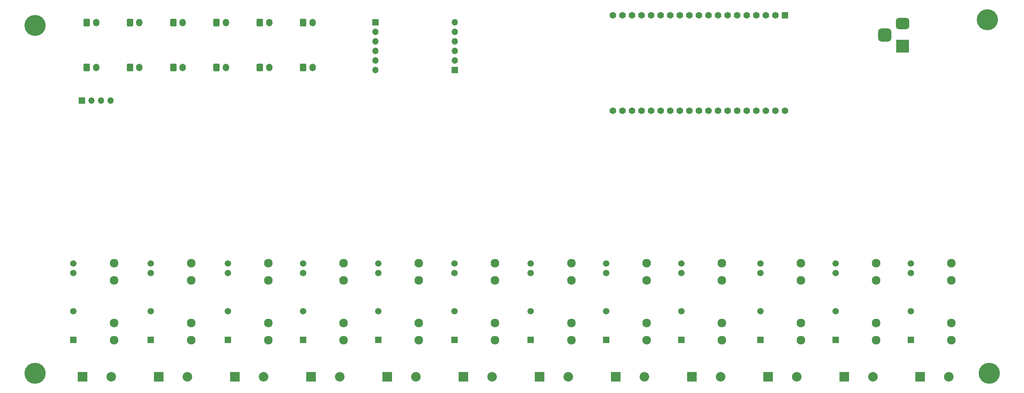
<source format=gbr>
%TF.GenerationSoftware,KiCad,Pcbnew,8.0.8-8.0.8-0~ubuntu24.04.1*%
%TF.CreationDate,2025-02-09T16:52:58+07:00*%
%TF.ProjectId,wemos32-12-channel-relays-ssr-rev-2,77656d6f-7333-4322-9d31-322d6368616e,1.0*%
%TF.SameCoordinates,Original*%
%TF.FileFunction,Soldermask,Bot*%
%TF.FilePolarity,Negative*%
%FSLAX46Y46*%
G04 Gerber Fmt 4.6, Leading zero omitted, Abs format (unit mm)*
G04 Created by KiCad (PCBNEW 8.0.8-8.0.8-0~ubuntu24.04.1) date 2025-02-09 16:52:58*
%MOMM*%
%LPD*%
G01*
G04 APERTURE LIST*
G04 Aperture macros list*
%AMRoundRect*
0 Rectangle with rounded corners*
0 $1 Rounding radius*
0 $2 $3 $4 $5 $6 $7 $8 $9 X,Y pos of 4 corners*
0 Add a 4 corners polygon primitive as box body*
4,1,4,$2,$3,$4,$5,$6,$7,$8,$9,$2,$3,0*
0 Add four circle primitives for the rounded corners*
1,1,$1+$1,$2,$3*
1,1,$1+$1,$4,$5*
1,1,$1+$1,$6,$7*
1,1,$1+$1,$8,$9*
0 Add four rect primitives between the rounded corners*
20,1,$1+$1,$2,$3,$4,$5,0*
20,1,$1+$1,$4,$5,$6,$7,0*
20,1,$1+$1,$6,$7,$8,$9,0*
20,1,$1+$1,$8,$9,$2,$3,0*%
G04 Aperture macros list end*
%ADD10RoundRect,0.250000X-0.600000X-0.750000X0.600000X-0.750000X0.600000X0.750000X-0.600000X0.750000X0*%
%ADD11O,1.700000X2.000000*%
%ADD12R,2.540000X2.540000*%
%ADD13C,2.540000*%
%ADD14R,1.700000X1.700000*%
%ADD15O,1.700000X1.700000*%
%ADD16C,5.600000*%
%ADD17C,2.300000*%
%ADD18RoundRect,0.102000X-0.754000X0.754000X-0.754000X-0.754000X0.754000X-0.754000X0.754000X0.754000X0*%
%ADD19C,1.712000*%
%ADD20R,3.500000X3.500000*%
%ADD21RoundRect,0.750000X-1.000000X0.750000X-1.000000X-0.750000X1.000000X-0.750000X1.000000X0.750000X0*%
%ADD22RoundRect,0.875000X-0.875000X0.875000X-0.875000X-0.875000X0.875000X-0.875000X0.875000X0.875000X0*%
%ADD23RoundRect,0.102000X-0.780000X0.780000X-0.780000X-0.780000X0.780000X-0.780000X0.780000X0.780000X0*%
%ADD24C,1.764000*%
G04 APERTURE END LIST*
D10*
%TO.C,J19*%
X70250000Y-59700000D03*
D11*
X72750000Y-59700000D03*
%TD*%
D12*
%TO.C,J3*%
X75144500Y-153950000D03*
D13*
X82764500Y-153950000D03*
%TD*%
D14*
%TO.C,J14*%
X133500000Y-72350000D03*
D15*
X133500000Y-69810000D03*
X133500000Y-67270000D03*
X133500000Y-64730000D03*
X133500000Y-62190000D03*
X133500000Y-59650000D03*
%TD*%
D10*
%TO.C,J26*%
X81750000Y-71700000D03*
D11*
X84250000Y-71700000D03*
%TD*%
D16*
%TO.C,H1*%
X275000000Y-59000000D03*
%TD*%
D10*
%TO.C,J20*%
X81750000Y-59700000D03*
D11*
X84250000Y-59700000D03*
%TD*%
D12*
%TO.C,J5*%
X115599100Y-153950000D03*
D13*
X123219100Y-153950000D03*
%TD*%
D17*
%TO.C,F12*%
X265465400Y-123750000D03*
X265465400Y-128350000D03*
X265465400Y-139650000D03*
X265465400Y-144250000D03*
%TD*%
D18*
%TO.C,K1*%
X32234100Y-144160000D03*
D19*
X32234100Y-136540000D03*
X32234100Y-126380000D03*
X32234100Y-123840000D03*
%TD*%
D12*
%TO.C,J2*%
X54917300Y-153950000D03*
D13*
X62537300Y-153950000D03*
%TD*%
D10*
%TO.C,J23*%
X47250000Y-71700000D03*
D11*
X49750000Y-71700000D03*
%TD*%
D10*
%TO.C,J24*%
X58750000Y-71700000D03*
D11*
X61250000Y-71700000D03*
%TD*%
D14*
%TO.C,J13*%
X112500000Y-59650000D03*
D15*
X112500000Y-62190000D03*
X112500000Y-64730000D03*
X112500000Y-67270000D03*
X112500000Y-69810000D03*
X112500000Y-72350000D03*
%TD*%
D16*
%TO.C,H4*%
X22000000Y-153000000D03*
%TD*%
D12*
%TO.C,J8*%
X176280900Y-153950000D03*
D13*
X183900900Y-153950000D03*
%TD*%
D10*
%TO.C,J27*%
X93250000Y-71700000D03*
D11*
X95750000Y-71700000D03*
%TD*%
D12*
%TO.C,J12*%
X257190000Y-153950000D03*
D13*
X264810000Y-153950000D03*
%TD*%
D12*
%TO.C,J4*%
X95371800Y-153950000D03*
D13*
X102991800Y-153950000D03*
%TD*%
D18*
%TO.C,K4*%
X93234100Y-144160000D03*
D19*
X93234100Y-136540000D03*
X93234100Y-126380000D03*
X93234100Y-123840000D03*
%TD*%
D17*
%TO.C,F10*%
X225500000Y-123750000D03*
X225500000Y-128350000D03*
X225500000Y-139650000D03*
X225500000Y-144250000D03*
%TD*%
D12*
%TO.C,J7*%
X156053600Y-153950000D03*
D13*
X163673600Y-153950000D03*
%TD*%
D10*
%TO.C,J17*%
X47250000Y-59700000D03*
D11*
X49750000Y-59700000D03*
%TD*%
D16*
%TO.C,H3*%
X22000000Y-60500000D03*
%TD*%
D18*
%TO.C,K8*%
X173734200Y-144160000D03*
D19*
X173734200Y-136540000D03*
X173734200Y-126380000D03*
X173734200Y-123840000D03*
%TD*%
D12*
%TO.C,J10*%
X216735400Y-153950000D03*
D13*
X224355400Y-153950000D03*
%TD*%
D18*
%TO.C,K11*%
X234734200Y-144160000D03*
D19*
X234734200Y-136540000D03*
X234734200Y-126380000D03*
X234734200Y-123840000D03*
%TD*%
D18*
%TO.C,K7*%
X153734100Y-144160000D03*
D19*
X153734100Y-136540000D03*
X153734100Y-126380000D03*
X153734100Y-123840000D03*
%TD*%
D12*
%TO.C,J6*%
X135826400Y-153950000D03*
D13*
X143446400Y-153950000D03*
%TD*%
D18*
%TO.C,K3*%
X73234200Y-144160000D03*
D19*
X73234200Y-136540000D03*
X73234200Y-126380000D03*
X73234200Y-123840000D03*
%TD*%
D17*
%TO.C,F7*%
X164500000Y-123750000D03*
X164500000Y-128350000D03*
X164500000Y-139650000D03*
X164500000Y-144250000D03*
%TD*%
D10*
%TO.C,J22*%
X35750000Y-71700000D03*
D11*
X38250000Y-71700000D03*
%TD*%
D18*
%TO.C,K12*%
X254699500Y-144160000D03*
D19*
X254699500Y-136540000D03*
X254699500Y-126380000D03*
X254699500Y-123840000D03*
%TD*%
D16*
%TO.C,H2*%
X275500000Y-153000000D03*
%TD*%
D18*
%TO.C,K5*%
X113234200Y-144160000D03*
D19*
X113234200Y-136540000D03*
X113234200Y-126380000D03*
X113234200Y-123840000D03*
%TD*%
D17*
%TO.C,F9*%
X204500000Y-123750000D03*
X204500000Y-128350000D03*
X204500000Y-139650000D03*
X204500000Y-144250000D03*
%TD*%
%TO.C,F2*%
X63500000Y-123750000D03*
X63500000Y-128350000D03*
X63500000Y-139650000D03*
X63500000Y-144250000D03*
%TD*%
D18*
%TO.C,K10*%
X214734100Y-144160000D03*
D19*
X214734100Y-136540000D03*
X214734100Y-126380000D03*
X214734100Y-123840000D03*
%TD*%
D14*
%TO.C,J28*%
X34500000Y-80500000D03*
D15*
X37040000Y-80500000D03*
X39580000Y-80500000D03*
X42120000Y-80500000D03*
%TD*%
D17*
%TO.C,F1*%
X43000000Y-123750000D03*
X43000000Y-128350000D03*
X43000000Y-139650000D03*
X43000000Y-144250000D03*
%TD*%
%TO.C,F3*%
X84000000Y-123750000D03*
X84000000Y-128350000D03*
X84000000Y-139650000D03*
X84000000Y-144250000D03*
%TD*%
D10*
%TO.C,J21*%
X93250000Y-59700000D03*
D11*
X95750000Y-59700000D03*
%TD*%
D10*
%TO.C,J16*%
X35750000Y-59700000D03*
D11*
X38250000Y-59700000D03*
%TD*%
D17*
%TO.C,F8*%
X184500000Y-123750000D03*
X184500000Y-128350000D03*
X184500000Y-139650000D03*
X184500000Y-144250000D03*
%TD*%
D12*
%TO.C,J11*%
X236962700Y-153950000D03*
D13*
X244582700Y-153950000D03*
%TD*%
D10*
%TO.C,J18*%
X58750000Y-59700000D03*
D11*
X61250000Y-59700000D03*
%TD*%
D17*
%TO.C,F5*%
X124000000Y-123750000D03*
X124000000Y-128350000D03*
X124000000Y-139650000D03*
X124000000Y-144250000D03*
%TD*%
D12*
%TO.C,J1*%
X34690000Y-153950000D03*
D13*
X42310000Y-153950000D03*
%TD*%
D12*
%TO.C,J9*%
X196508200Y-153950000D03*
D13*
X204128200Y-153950000D03*
%TD*%
D20*
%TO.C,J15*%
X252457500Y-66000000D03*
D21*
X252457500Y-60000000D03*
D22*
X247757500Y-63000000D03*
%TD*%
D18*
%TO.C,K2*%
X52734100Y-144160000D03*
D19*
X52734100Y-136540000D03*
X52734100Y-126380000D03*
X52734100Y-123840000D03*
%TD*%
D10*
%TO.C,J25*%
X70250000Y-71700000D03*
D11*
X72750000Y-71700000D03*
%TD*%
D18*
%TO.C,K6*%
X133433700Y-144160000D03*
D19*
X133433700Y-136540000D03*
X133433700Y-126380000D03*
X133433700Y-123840000D03*
%TD*%
D17*
%TO.C,F4*%
X104000000Y-123750000D03*
X104000000Y-128350000D03*
X104000000Y-139650000D03*
X104000000Y-144250000D03*
%TD*%
D18*
%TO.C,K9*%
X193734100Y-144160000D03*
D19*
X193734100Y-136540000D03*
X193734100Y-126380000D03*
X193734100Y-123840000D03*
%TD*%
D17*
%TO.C,F6*%
X144199600Y-123750000D03*
X144199600Y-128350000D03*
X144199600Y-139650000D03*
X144199600Y-144250000D03*
%TD*%
D23*
%TO.C,U8*%
X221260000Y-57800000D03*
D24*
X218720000Y-57800000D03*
X216180000Y-57800000D03*
X213640000Y-57800000D03*
X211100000Y-57800000D03*
X208560000Y-57800000D03*
X206020000Y-57800000D03*
X203480000Y-57800000D03*
X200940000Y-57800000D03*
X198400000Y-57800000D03*
X195860000Y-57800000D03*
X193320000Y-57800000D03*
X190780000Y-57800000D03*
X188240000Y-57800000D03*
X185700000Y-57800000D03*
X183160000Y-57800000D03*
X180620000Y-57800000D03*
X178080000Y-57800000D03*
X175540000Y-57800000D03*
X221260000Y-83200000D03*
X218720000Y-83200000D03*
X216180000Y-83200000D03*
X213640000Y-83200000D03*
X211100000Y-83200000D03*
X208560000Y-83200000D03*
X206020000Y-83200000D03*
X203480000Y-83200000D03*
X200940000Y-83200000D03*
X198400000Y-83200000D03*
X195860000Y-83200000D03*
X193320000Y-83200000D03*
X190780000Y-83200000D03*
X188240000Y-83200000D03*
X185700000Y-83200000D03*
X183160000Y-83200000D03*
X180620000Y-83200000D03*
X178080000Y-83200000D03*
X175540000Y-83200000D03*
%TD*%
D17*
%TO.C,F11*%
X245500000Y-123750000D03*
X245500000Y-128350000D03*
X245500000Y-139650000D03*
X245500000Y-144250000D03*
%TD*%
M02*

</source>
